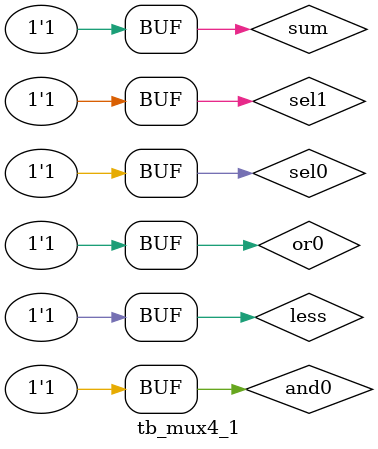
<source format=v>
`timescale 1ns / 1ps

`timescale 1ns / 1ps
module tb_mux4_1;
	// Inputs
	reg sel1;
	reg sel0;
	reg and0;
	reg or0;
	reg sum;
	reg less;
	// Outputs
	wire result;
	// Instantiate the Unit Under Test (UUT)
	mux4_1 uut (
	.result(result),
	.sel1(sel1),
	.sel0(sel0),
	.and0(and0),
	.or0(or0),
	.sum(sum),
	.less(less)
	);
	parameter SYSCLK = 100;
	always begin
	and0 = 1'b0;
	#(SYSCLK/2) and0 = 1'b1;
	#(SYSCLK/2);
	end
	always begin
	or0 = 1'b0;
	#(SYSCLK/4) or0 = 1'b1;
	#(SYSCLK/4);
	end
	always begin
	sum = 1'b0;
	#(SYSCLK/8) sum = 1'b1;
	#(SYSCLK/8);
	end
	always begin
	less = 1'b0;
	#(SYSCLK/16) less = 1'b1;
	#(SYSCLK/16);
	end
	initial begin
	// Initialize Inputs
	sel1 = 0; sel0 = 0;
	/* and0 = 0;
	or0 = 0;
	sum = 0;
	less = 0;
	*/
	// Wait 100 ns for global reset to finish
	#100;
	// Add stimulus here
	sel1 = 0; sel0 = 0; #(SYSCLK*4);
	sel1 = 0; sel0 = 1; #(SYSCLK*4);
	sel1 = 1; sel0 = 0; #(SYSCLK*4);
	sel1 = 1; sel0 = 1; #(SYSCLK*4);
	end
endmodule
</source>
